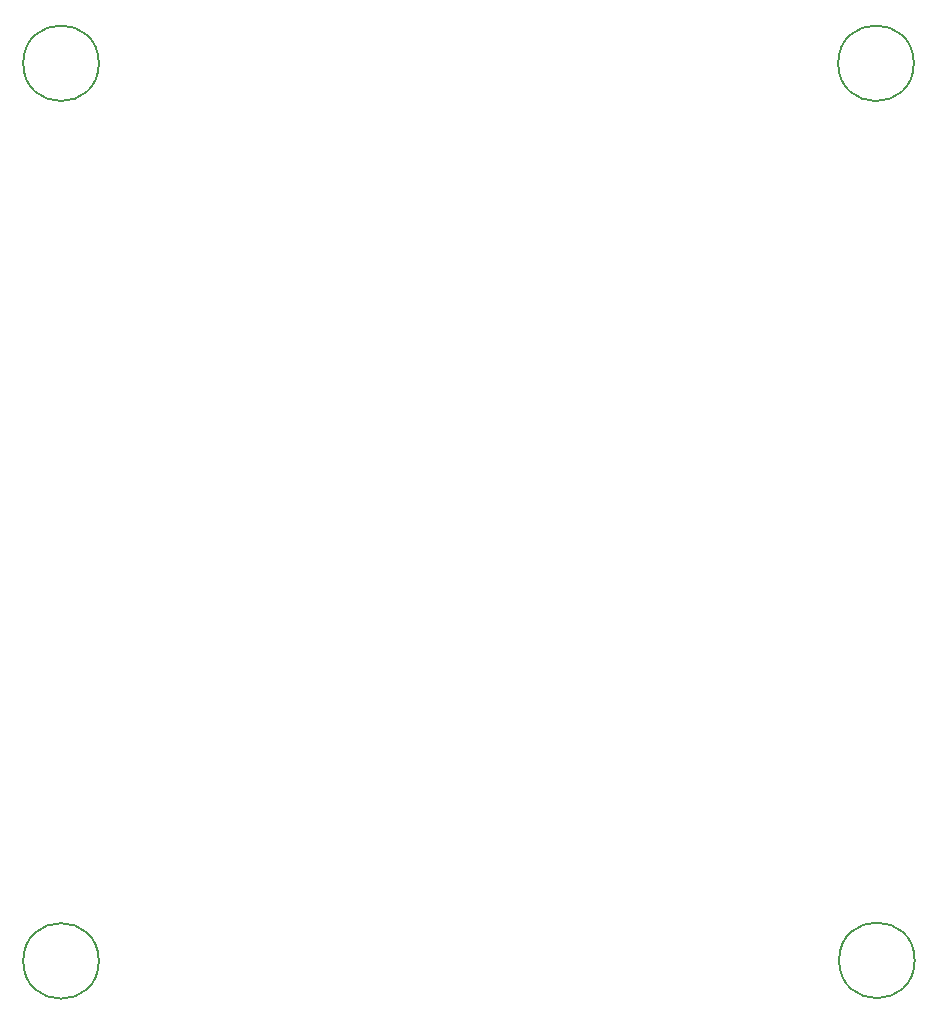
<source format=gbr>
%TF.GenerationSoftware,KiCad,Pcbnew,(6.0.0)*%
%TF.CreationDate,2022-05-13T15:12:09+02:00*%
%TF.ProjectId,Carte Odom_trie V2,43617274-6520-44f6-946f-6de974726965,rev?*%
%TF.SameCoordinates,Original*%
%TF.FileFunction,Other,Comment*%
%FSLAX46Y46*%
G04 Gerber Fmt 4.6, Leading zero omitted, Abs format (unit mm)*
G04 Created by KiCad (PCBNEW (6.0.0)) date 2022-05-13 15:12:09*
%MOMM*%
%LPD*%
G01*
G04 APERTURE LIST*
%ADD10C,0.150000*%
G04 APERTURE END LIST*
D10*
%TO.C,REF*%
X135200000Y-72000000D02*
G75*
G03*
X135200000Y-72000000I-3200000J0D01*
G01*
X204275000Y-147950000D02*
G75*
G03*
X204275000Y-147950000I-3200000J0D01*
G01*
X135200000Y-148000000D02*
G75*
G03*
X135200000Y-148000000I-3200000J0D01*
G01*
X204200000Y-72000000D02*
G75*
G03*
X204200000Y-72000000I-3200000J0D01*
G01*
%TD*%
M02*

</source>
